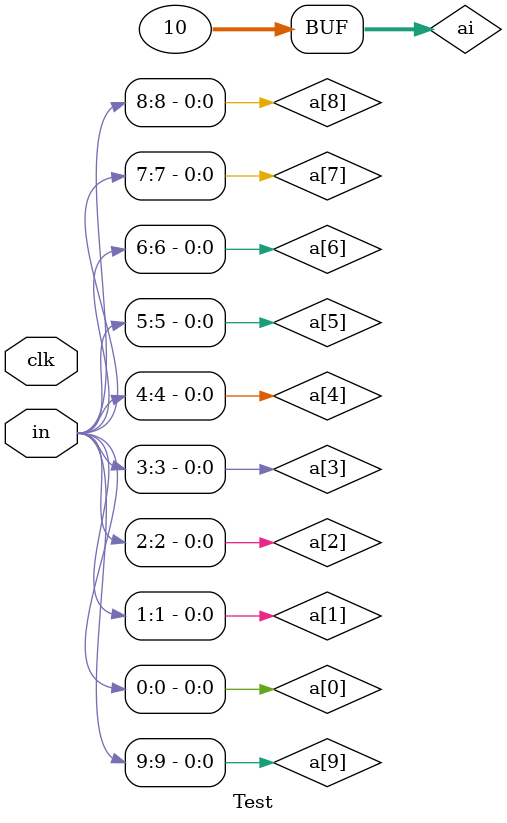
<source format=v>

module t (/*AUTOARG*/
   // Inputs
   clk
   );
   input clk;

   integer 	cyc = 0;
   reg [63:0] 	crc;
   reg [63:0] 	sum;

   // Take CRC data and apply to testblock inputs
   wire [9:0]  in = crc[9:0];

   /*AUTOWIRE*/

   Test test (/*AUTOINST*/
	      // Inputs
	      .clk			(clk),
	      .in			(in[9:0]));

   // Aggregate outputs into a single result vector
   wire [63:0] result = {64'h0};

   // Test loop
   always @ (posedge clk) begin
`ifdef TEST_VERBOSE
      $write("[%0t] cyc==%0d crc=%x result=%x\n", $time, cyc, crc, result);
`endif
      cyc <= cyc + 1;
      crc <= {crc[62:0], crc[63] ^ crc[2] ^ crc[0]};
      sum <= result ^ {sum[62:0], sum[63] ^ sum[2] ^ sum[0]};
      if (cyc==0) begin
	 // Setup
	 crc <= 64'h5aef0c8d_d70a4497;
      end
      else if (cyc<10) begin
	 sum <= 64'h0;
      end
      else if (cyc<90) begin
      end
      else if (cyc==99) begin
	 $write("[%0t] cyc==%0d crc=%x sum=%x\n", $time, cyc, crc, sum);
	 if (crc !== 64'hc77bb9b3784ea091) $stop;
	 // What checksum will we end up with (above print should match)
`define EXPECTED_SUM 64'h0
	 if (sum !== `EXPECTED_SUM) $stop;
	 $write("*-* All Finished *-*\n");
	 $finish;
      end
   end

endmodule

module Test (/*AUTOARG*/
   // Inputs
   clk, in
   );
   input clk;
   input [9:0] in;

   reg a [9:0];
   integer ai;
   always @* begin
      for (ai=0;ai<10;ai=ai+1) begin
	 a[ai]=in[ai];
      end
   end

   reg [1:0] b [9:0];
   integer   j;

   generate
      genvar i;
      for (i=0; i<2; i=i+1) begin
	 always @(posedge clk) begin
	    for (j=0; j<10; j=j+1) begin
	       if (a[j])
		 b[i][j] <= 1'b0;
	       else
		 b[i][j] <= 1'b1;
	    end
	 end
      end
   endgenerate
endmodule

</source>
